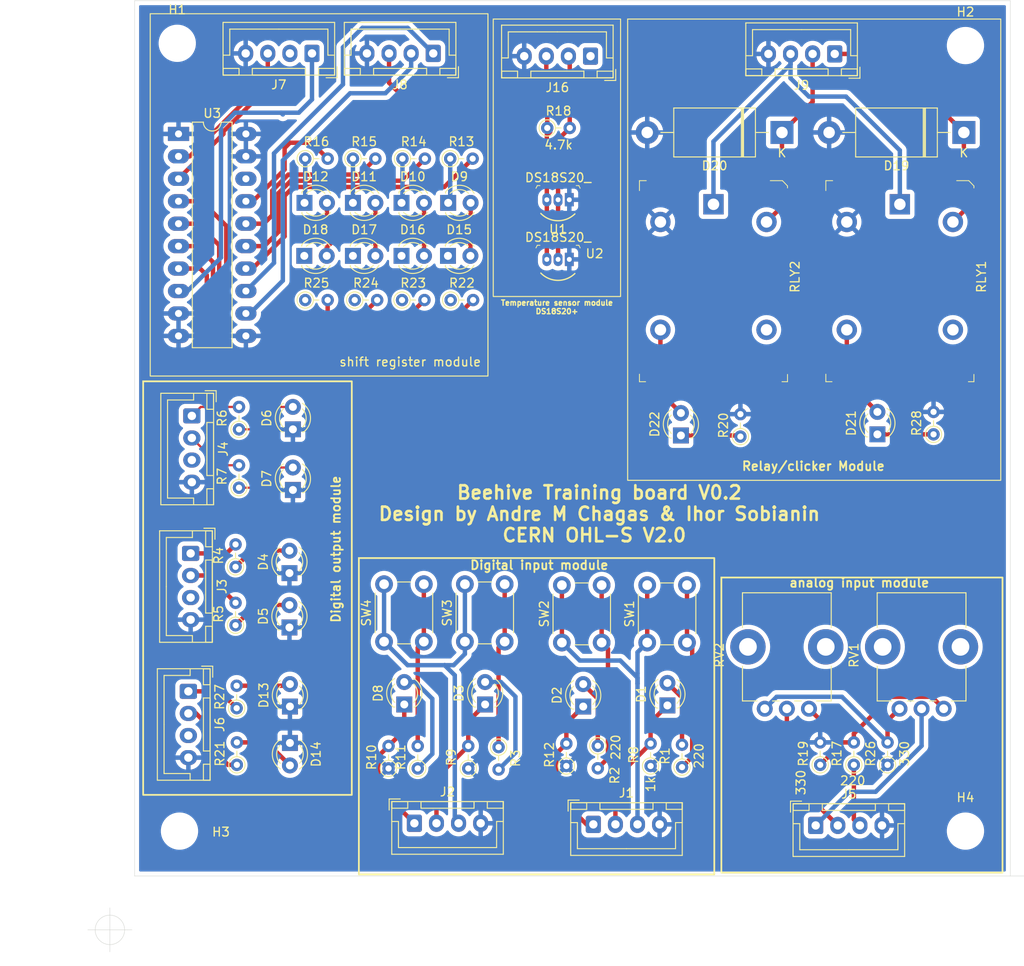
<source format=kicad_pcb>
(kicad_pcb (version 20211014) (generator pcbnew)
  (layers (0 "F.Cu" signal) (31 "B.Cu" signal) (34 "B.Paste" user) (35 "F.Paste" user) (36 "B.SilkS" user "B.Silkscreen") (37 "F.SilkS" user "F.Silkscreen") (38 "B.Mask" user) (39 "F.Mask" user) (44 "Edge.Cuts" user))
  (net 0 "")
  (net 1 "Net-(D1-Pad1)")
  (net 2 "Net-(D2-Pad1)")
  (net 3 "Net-(D2-Pad2)")
  (net 4 "Net-(D3-Pad1)")
  (net 5 "Net-(D3-Pad2)")
  (net 6 "GND")
  (net 7 "Net-(D4-Pad2)")
  (net 8 "Net-(D5-Pad2)")
  (net 9 "Net-(D6-Pad2)")
  (net 10 "Net-(D7-Pad2)")
  (net 11 "Net-(D8-Pad1)")
  (net 12 "Net-(D8-Pad2)")
  (net 13 "Net-(D9-Pad1)")
  (net 14 "Net-(D11-Pad1)")
  (net 15 "Net-(D13-Pad2)")
  (net 16 "Net-(J6-Pad2)")
  (net 17 "Net-(J6-Pad1)")
  (net 18 "Net-(D14-Pad2)")
  (net 19 "Net-(D15-Pad1)")
  (net 20 "Net-(D16-Pad1)")
  (net 21 "Net-(D17-Pad1)")
  (net 22 "+5V")
  (net 23 "Net-(J3-Pad2)")
  (net 24 "Net-(J3-Pad1)")
  (net 25 "Net-(J4-Pad1)")
  (net 26 "Net-(J4-Pad2)")
  (net 27 "Net-(J5-Pad1)")
  (net 28 "Net-(J5-Pad2)")
  (net 29 "Net-(J7-Pad1)")
  (net 30 "Net-(J8-Pad1)")
  (net 31 "Net-(R1-Pad1)")
  (net 32 "Net-(R2-Pad2)")
  (net 33 "Net-(R17-Pad2)")
  (net 35 "Net-(J16-Pad2)")
  (net 36 "Net-(R26-Pad2)")
  (net 39 "Net-(D1-Pad2)")
  (net 40 "Net-(D21-Pad1)")
  (net 41 "Net-(D21-Pad2)")
  (net 42 "Net-(D22-Pad2)")
  (net 43 "Net-(D22-Pad1)")
  (net 44 "Net-(J7-Pad2)")
  (net 45 "Net-(J8-Pad2)")
  (net 47 "Net-(R14-Pad1)")
  (net 48 "Net-(R16-Pad1)")
  (net 49 "Net-(R3-Pad1)")
  (net 50 "Net-(R11-Pad2)")
  (net 51 "Net-(D19-Pad1)")
  (net 52 "Net-(D20-Pad1)")
  (net 53 "Net-(R25-Pad1)")
  (net 54 "Net-(U3-Pad14)")
  (net 55 "Net-(U3-Pad15)")
  (net 56 "Net-(U3-Pad16)")
  (net 57 "Net-(U3-Pad17)")
  (net 58 "Net-(U3-Pad7)")
  (net 59 "Net-(U3-Pad6)")
  (net 60 "Net-(R24-Pad2)")
  (net 61 "Net-(U3-Pad4)")
  (footprint "LED_THT:LED_D3.0mm" (layer "F.Cu") (at 97.099 100.076 90)
    (fp_text reference "D1")
    (fp_text value "LED")
  )
  (footprint "LED_THT:LED_D3.0mm" (layer "F.Cu") (at 76.478 99.968 90)
    (fp_text reference "D3")
    (fp_text value "LED")
  )
  (footprint "LED_THT:LED_D3.0mm" (layer "F.Cu") (at 54.346 85.103 90)
    (fp_text reference "D4")
    (fp_text value "LED")
  )
  (footprint "LED_THT:LED_D3.0mm" (layer "F.Cu") (at 54.346 91.254 90)
    (fp_text reference "D5")
    (fp_text value "LED")
  )
  (footprint "LED_THT:LED_D3.0mm" (layer "F.Cu") (at 54.737 68.834 90)
    (fp_text reference "D6")
    (fp_text value "LED")
  )
  (footprint "LED_THT:LED_D3.0mm" (layer "F.Cu") (at 54.737 75.692 90)
    (fp_text reference "D7")
    (fp_text value "LED")
  )
  (footprint "LED_THT:LED_D3.0mm" (layer "F.Cu") (at 67.334 99.968 90)
    (fp_text reference "D8")
    (fp_text value "LED")
  )
  (footprint "LED_THT:LED_D3.0mm" (layer "F.Cu") (at 72.3 43.2)
    (fp_text reference "D9")
    (fp_text value "LED")
  )
  (footprint "LED_THT:LED_D3.0mm" (layer "F.Cu") (at 67.025 43.2)
    (fp_text reference "D10")
    (fp_text value "LED")
  )
  (footprint "LED_THT:LED_D3.0mm" (layer "F.Cu") (at 61.525 43.2)
    (fp_text reference "D11")
    (fp_text value "LED")
  )
  (footprint "LED_THT:LED_D3.0mm" (layer "F.Cu") (at 56.05 43.2)
    (fp_text reference "D12")
    (fp_text value "LED")
  )
  (footprint "LED_THT:LED_D3.0mm" (layer "F.Cu") (at 54.4 100.2 90)
    (fp_text reference "D13")
    (fp_text value "LED")
  )
  (footprint "LED_THT:LED_D3.0mm" (layer "F.Cu") (at 54.4 104.325 -90)
    (fp_text reference "D14")
    (fp_text value "LED")
  )
  (footprint "LED_THT:LED_D3.0mm" (layer "F.Cu") (at 72.275 49.2)
    (fp_text reference "D15")
    (fp_text value "LED")
  )
  (footprint "LED_THT:LED_D3.0mm" (layer "F.Cu") (at 67.025 49.2)
    (fp_text reference "D16")
    (fp_text value "LED")
  )
  (footprint "LED_THT:LED_D3.0mm" (layer "F.Cu") (at 61.525 49.2)
    (fp_text reference "D17")
    (fp_text value "LED")
  )
  (footprint "LED_THT:LED_D3.0mm" (layer "F.Cu") (at 56.025 49.2)
    (fp_text reference "D18")
    (fp_text value "LED")
  )
  (footprint "Connector_JST:JST_XH_B4B-XH-A_1x04_P2.50mm_Vertical" (layer "F.Cu") (at 88.717 113.538)
    (fp_text reference "J1")
    (fp_text value "Conn_01x04")
  )
  (footprint "Connector_JST:JST_XH_B4B-XH-A_1x04_P2.50mm_Vertical" (layer "F.Cu") (at 68.477 113.411)
    (fp_text reference "J2")
    (fp_text value "Conn_01x04")
  )
  (footprint "Connector_JST:JST_XH_B4B-XH-A_1x04_P2.50mm_Vertical" (layer "F.Cu") (at 43.17 82.872 -90)
    (fp_text reference "J3")
    (fp_text value "Conn_01x04")
  )
  (footprint "Connector_JST:JST_XH_B4B-XH-A_1x04_P2.50mm_Vertical" (layer "F.Cu") (at 43.307 67.31 -90)
    (fp_text reference "J4")
    (fp_text value "Conn_01x04")
  )
  (footprint "Connector_JST:JST_XH_B4B-XH-A_1x04_P2.50mm_Vertical" (layer "F.Cu") (at 113.869999 113.657999)
    (fp_text reference "J5")
    (fp_text value "Conn_01x04")
  )
  (footprint "Resistor_THT:R_Axial_DIN0204_L3.6mm_D1.6mm_P2.54mm_Vertical" (layer "F.Cu") (at 98.75 107.061 90)
    (fp_text reference "R1")
    (fp_text value "220")
  )
  (footprint "Resistor_THT:R_Axial_DIN0204_L3.6mm_D1.6mm_P2.54mm_Vertical" (layer "F.Cu") (at 89.225 104.648 -90)
    (fp_text reference "R2")
    (fp_text value "220")
  )
  (footprint "Resistor_THT:R_Axial_DIN0204_L3.6mm_D1.6mm_P2.54mm_Vertical" (layer "F.Cu") (at 78.002 104.794 -90)
    (fp_text reference "R3")
    (fp_text value "220")
  )
  (footprint "Resistor_THT:R_Axial_DIN0204_L3.6mm_D1.6mm_P2.54mm_Vertical" (layer "F.Cu") (at 48.25 84.396 90)
    (fp_text reference "R4")
    (fp_text value "220")
  )
  (footprint "Resistor_THT:R_Axial_DIN0204_L3.6mm_D1.6mm_P2.54mm_Vertical" (layer "F.Cu") (at 48.25 91 90)
    (fp_text reference "R5")
    (fp_text value "220")
  )
  (footprint "Resistor_THT:R_Axial_DIN0204_L3.6mm_D1.6mm_P2.54mm_Vertical" (layer "F.Cu") (at 48.641 68.834 90)
    (fp_text reference "R6")
    (fp_text value "220")
  )
  (footprint "Resistor_THT:R_Axial_DIN0204_L3.6mm_D1.6mm_P2.54mm_Vertical" (layer "F.Cu") (at 48.641 75.438 90)
    (fp_text reference "R7")
    (fp_text value "220")
  )
  (footprint "Resistor_THT:R_Axial_DIN0204_L3.6mm_D1.6mm_P2.54mm_Vertical" (layer "F.Cu") (at 95.194 106.934 90)
    (fp_text reference "R8")
    (fp_text value "1k")
  )
  (footprint "Resistor_THT:R_Axial_DIN0204_L3.6mm_D1.6mm_P2.54mm_Vertical" (layer "F.Cu") (at 74.573 107.207 90)
    (fp_text reference "R9")
    (fp_text value "1k")
  )
  (footprint "Resistor_THT:R_Axial_DIN0204_L3.6mm_D1.6mm_P2.54mm_Vertical" (layer "F.Cu") (at 65.556 107.207 90)
    (fp_text reference "R10")
    (fp_text value "1k")
  )
  (footprint "Resistor_THT:R_Axial_DIN0204_L3.6mm_D1.6mm_P2.54mm_Vertical" (layer "F.Cu") (at 68.858 107.207 90)
    (fp_text reference "R11")
    (fp_text value "220")
  )
  (footprint "Resistor_THT:R_Axial_DIN0204_L3.6mm_D1.6mm_P2.54mm_Vertical" (layer "F.Cu") (at 85.669 106.934 90)
    (fp_text reference "R12")
    (fp_text value "1k")
  )
  (footprint "Resistor_THT:R_Axial_DIN0204_L3.6mm_D1.6mm_P2.54mm_Vertical" (layer "F.Cu") (at 72.53 38.2)
    (fp_text reference "R13")
    (fp_text value "560")
  )
  (footprint "Resistor_THT:R_Axial_DIN0204_L3.6mm_D1.6mm_P2.54mm_Vertical" (layer "F.Cu") (at 67.13 38.2)
    (fp_text reference "R14")
    (fp_text value "560")
  )
  (footprint "Resistor_THT:R_Axial_DIN0204_L3.6mm_D1.6mm_P2.54mm_Vertical" (layer "F.Cu") (at 61.53 38.2)
    (fp_text reference "R15")
    (fp_text value "560")
  )
  (footprint "Resistor_THT:R_Axial_DIN0204_L3.6mm_D1.6mm_P2.54mm_Vertical" (layer "F.Cu") (at 56.13 38.2)
    (fp_text reference "R16")
    (fp_text value "560")
  )
  (footprint "Resistor_THT:R_Axial_DIN0204_L3.6mm_D1.6mm_P2.54mm_Vertical" (layer "F.Cu") (at 118.187999 106.799999 90)
    (fp_text reference "R17")
    (fp_text value "220")
  )
  (footprint "Resistor_THT:R_Axial_DIN0204_L3.6mm_D1.6mm_P2.54mm_Vertical" (layer "F.Cu") (at 83.51 34.725)
    (fp_text reference "R18")
    (fp_text value "4.7k")
  )
  (footprint "Resistor_THT:R_Axial_DIN0204_L3.6mm_D1.6mm_P2.54mm_Vertical" (layer "F.Cu") (at 114.377999 106.799999 90)
    (fp_text reference "R19")
    (fp_text value "330")
  )
  (footprint "Resistor_THT:R_Axial_DIN0204_L3.6mm_D1.6mm_P2.54mm_Vertical" (layer "F.Cu") (at 105.356 69.654 90)
    (fp_text reference "R20")
    (fp_text value "560")
  )
  (footprint "Resistor_THT:R_Axial_DIN0204_L3.6mm_D1.6mm_P2.54mm_Vertical" (layer "F.Cu") (at 48.4 106.8 90)
    (fp_text reference "R21")
    (fp_text value "560")
  )
  (footprint "Resistor_THT:R_Axial_DIN0204_L3.6mm_D1.6mm_P2.54mm_Vertical" (layer "F.Cu") (at 72.58 54.2)
    (fp_text reference "R22")
    (fp_text value "560")
  )
  (footprint "Resistor_THT:R_Axial_DIN0204_L3.6mm_D1.6mm_P2.54mm_Vertical" (layer "F.Cu") (at 67.08 54.2)
    (fp_text reference "R23")
    (fp_text value "560")
  )
  (footprint "Resistor_THT:R_Axial_DIN0204_L3.6mm_D1.6mm_P2.54mm_Vertical" (layer "F.Cu") (at 61.73 54.2)
    (fp_text reference "R24")
    (fp_text value "560")
  )
  (footprint "Resistor_THT:R_Axial_DIN0204_L3.6mm_D1.6mm_P2.54mm_Vertical" (layer "F.Cu") (at 56.13 54.2)
    (fp_text reference "R25")
    (fp_text value "560")
  )
  (footprint "Potentiometer_THT:Potentiometer_Alps_RK09K_Single_Vertical" (layer "F.Cu") (at 128.347999 100.449999 90)
    (fp_text reference "RV1")
    (fp_text value "1k")
  )
  (footprint "Potentiometer_THT:Potentiometer_Alps_RK09K_Single_Vertical" (layer "F.Cu") (at 113.107999 100.449999 90)
    (fp_text reference "RV2")
    (fp_text value "1k")
  )
  (footprint "Button_Switch_THT:SW_PUSH_6mm" (layer "F.Cu") (at 94.813 92.964 90)
    (fp_text reference "SW1")
    (fp_text value "SW_Push")
  )
  (footprint "Button_Switch_THT:SW_PUSH_6mm" (layer "F.Cu") (at 85.161 92.964 90)
    (fp_text reference "SW2")
    (fp_text value "SW_Push")
  )
  (footprint "Button_Switch_THT:SW_PUSH_6mm" (layer "F.Cu") (at 74.192 92.856 90)
    (fp_text reference "SW3")
    (fp_text value "SW_Push")
  )
  (footprint "Button_Switch_THT:SW_PUSH_6mm" (layer "F.Cu") (at 65.048 92.856 90)
    (fp_text reference "SW4")
    (fp_text value "SW_Push")
  )
  (footprint "digikey-footprints:TO-92-3" (layer "F.Cu") (at 86 42.85 180)
    (fp_text reference "U1")
    (fp_text value "DS18S20_")
  )
  (footprint "digikey-footprints:TO-92-3" (layer "F.Cu") (at 86 49.6 180)
    (fp_text reference "U2")
    (fp_text value "DS18S20_")
  )
  (footprint "Connector_JST:JST_XH_B4B-XH-A_1x04_P2.50mm_Vertical" (layer "F.Cu") (at 88.4 26.6 180)
    (fp_text reference "J16")
    (fp_text value "Conn_01x04")
  )
  (footprint "Resistor_THT:R_Axial_DIN0204_L3.6mm_D1.6mm_P2.54mm_Vertical" (layer "F.Cu") (at 121.997999 106.799999 90)
    (fp_text reference "R26")
    (fp_text value "330")
  )
  (footprint "LED_THT:LED_D3.0mm" (layer "F.Cu") (at 87.574 100.203 90)
    (fp_text reference "D2")
    (fp_text value "LED")
  )
  (footprint "LED_THT:LED_D3.0mm" (layer "F.Cu") (at 120.85 69.4 90)
    (fp_text reference "D21")
    (fp_text value "LED")
  )
  (footprint "LED_THT:LED_D3.0mm" (layer "F.Cu") (at 98.625 69.527 90)
    (fp_text reference "D22")
    (fp_text value "LED")
  )
  (footprint "Connector_JST:JST_XH_B4B-XH-A_1x04_P2.50mm_Vertical" (layer "F.Cu") (at 56.896 26.289 180)
    (fp_text reference "J7")
    (fp_text value "Conn_01x04")
  )
  (footprint "Connector_JST:JST_XH_B4B-XH-A_1x04_P2.50mm_Vertical" (layer "F.Cu") (at 70.612 26.289 180)
    (fp_text reference "J8")
    (fp_text value "Conn_01x04")
  )
  (footprint "Connector_JST:JST_XH_B4B-XH-A_1x04_P2.50mm_Vertical" (layer "F.Cu") (at 116.024 26.347 180)
    (fp_text reference "J9")
    (fp_text value "Conn_01x04")
  )
  (footprint "Resistor_THT:R_Axial_DIN0204_L3.6mm_D1.6mm_P2.54mm_Vertical" (layer "F.Cu") (at 48.376 100.388 90)
    (fp_text reference "R27")
    (fp_text value "560")
  )
  (footprint "Resistor_THT:R_Axial_DIN0204_L3.6mm_D1.6mm_P2.54mm_Vertical" (layer "F.Cu") (at 127.2 69.4 90)
    (fp_text reference "R28")
    (fp_text value "560")
  )
  (footprint "digikey-footprints:Relay_THT_G5LE-14" (layer "F.Cu") (at 123.39 43.365 -90)
    (fp_text reference "RLY1")
    (fp_text value "G5LE-14_DC5")
  )
  (footprint "digikey-footprints:Relay_THT_G5LE-14" (layer "F.Cu") (at 102.308 43.365 -90)
    (fp_text reference "RLY2")
    (fp_text value "G5LE-14_DC5")
  )
  (footprint "Package_DIP:DIP-20_W7.62mm_LongPads" (layer "F.Cu") (at 41.8 35.4)
    (fp_text reference "U3")
    (fp_text value "TPIC6595")
  )
  (footprint "Connector_JST:JST_XH_B4B-XH-A_1x04_P2.50mm_Vertical" (layer "F.Cu") (at 42.915 98.483 -90)
    (fp_text reference "J6")
    (fp_text value "Conn_01x04")
  )
  (footprint "Diode_THT:D_DO-201AE_P15.24mm_Horizontal" (layer "F.Cu") (at 130.629 35.237 180)
    (fp_text reference "D19")
    (fp_text value "D_Schottky")
  )
  (footprint "Diode_THT:D_DO-201AE_P15.24mm_Horizontal" (layer "F.Cu") (at 110.055 35.237 180)
    (fp_text reference "D20")
    (fp_text value "D_Schottky")
  )
  (footprint "MountingHole:MountingHole_3.2mm_M3_DIN965" (layer "F.Cu") (at 130.81 25.4)
    (fp_text reference "H2")
    (fp_text value "MountingHole")
  )
  (footprint "MountingHole:MountingHole_3.2mm_M3_DIN965" (layer "F.Cu") (at 41.91 114.3)
    (fp_text reference "H3")
    (fp_text value "MountingHole")
  )
  (footprint "MountingHole:MountingHole_3.2mm_M3_DIN965" (layer "F.Cu") (at 130.81 114.3)
    (fp_text reference "H4")
    (fp_text value "MountingHole")
  )
  (footprint "MountingHole:MountingHole_3.2mm_M3_DIN965" (layer "F.Cu") (at 41.656 25.146)
    (fp_text reference "H1")
    (fp_text value "MountingHole")
  )
  (gr_rect (start 62.2 83.4) (end 102.4 119.2) (layer "F.SilkS") (width 0.2) (fill none))
  (gr_rect (start 77.4 22.4) (end 91.8 53.8) (layer "F.SilkS") (width 0.12) (fill none))
  (gr_rect (start 103.2 85.6) (end 135 119) (layer "F.SilkS") (width 0.2) (fill none))
  (gr_rect (start 92.6 22.4) (end 134.8 74.6) (layer "F.SilkS") (width 0.12) (fill none))
  (gr_rect (start 38.6 21.8) (end 76.8 62.8) (layer "F.SilkS") (width 0.12) (fill none))
  (gr_rect (start 37.8 63.4) (end 61.4 110.2) (layer "F.SilkS") (width 0.2) (fill none))
  (gr_line (start 36.83 20.32) (end 36.83 21.336) (layer "Edge.Cuts") (width 0.05))
  (gr_line (start 135.89 20.32) (end 36.83 20.32) (layer "Edge.Cuts") (width 0.05))
  (gr_line (start 135.89 119.38) (end 135.89 20.32) (layer "Edge.Cuts") (width 0.05))
  (gr_line (start 36.83 119.38) (end 137.414 119.38) (layer "Edge.Cuts") (width 0.05))
  (gr_line (start 36.83 21.336) (end 36.83 119.38) (layer "Edge.Cuts") (width 0.05))
  (gr_text "Temperature sensor module\nDS18S20+" (at 84.6 55) (layer "F.SilkS") (effects (font (size 0.6 0.6))))
  (gr_text "shift register module" (at 68 61.2) (layer "F.SilkS") (effects (font (size 1 1))))
  (gr_text "analog input module\n" (at 118.8 86.2) (layer "F.SilkS") (effects (font (size 1 1) (thickness 0.2))))
  (gr_text "Relay/clicker Module" (at 113.6 73) (layer "F.SilkS") (effects (font (size 1 1) (thickness 0.2))))
  (gr_text "Digital input module\n" (at 82.6 84.2) (layer "F.SilkS") (effects (font (size 1 1) (thickness 0.2))))
  (gr_text "Beehive Training board V0.2\nDesign by Andre M Chagas & Ihor Sobianin\nCERN OHL-S V2.0 " (at 89.4 78.4) (layer "F.SilkS") (effects (font (size 1.5 1.5) (thickness 0.3))))
  (gr_text "Digital output module\n" (at 59.6 82.4 90) (layer "F.SilkS") (effects (font (size 1 1) (thickness 0.2))))
  (target plus (at 34.036 125.476) (size 5) (width 0.05) (layer "Edge.Cuts"))
  (segment (start 95.194 104.394) (end 91.217 108.371) (width 0.5) (layer "F.Cu") (net 1))
  (segment (start 95.194 101.981) (end 97.099 100.076) (width 0.5) (layer "F.Cu") (net 1))
  (segment (start 95.194 104.394) (end 95.194 101.981) (width 0.5) (layer "F.Cu") (net 1))
  (segment (start 91.217 108.371) (end 91.217 113.538) (width 0.5) (layer "F.Cu") (net 1))
  (segment (start 87.955 113.538) (end 84.518999 110.101999) (width 0.5) (layer "F.Cu") (net 2))
  (segment (start 88.717 113.538) (end 87.955 113.538) (width 0.5) (layer "F.Cu") (net 2))
  (segment (start 84.518999 110.101999) (end 84.518999 105.544001) (width 0.5) (layer "F.Cu") (net 2))
  (segment (start 84.518999 105.544001) (end 85.669 104.394) (width 0.5) (layer "F.Cu") (net 2))
  (segment (start 85.669 102.108) (end 87.574 100.203) (width 0.5) (layer "F.Cu") (net 2))
  (segment (start 85.669 104.394) (end 85.669 102.108) (width 0.5) (layer "F.Cu") (net 2))
  (segment (start 89.225 99.314) (end 87.574 97.663) (width 0.5) (layer "F.Cu") (net 3))
  (segment (start 89.225 104.648) (end 89.225 99.314) (width 0.5) (layer "F.Cu") (net 3))
  (segment (start 74.573 104.667) (end 74.573 101.873) (width 0.5) (layer "F.Cu") (net 4))
  (segment (start 74.573 104.667) (end 70.977 108.263) (width 0.5) (layer "F.Cu") (net 4))
  (segment (start 74.573 101.873) (end 76.478 99.968) (width 0.5) (layer "F.Cu") (net 4))
  (segment (start 70.977 108.263) (end 70.977 113.811) (width 0.5) (layer "F.Cu") (net 4))
  (segment (start 76.478 97.428) (end 78.256 97.428) (width 0.5) (layer "B.Cu") (net 5))
  (segment (start 79.907 99.079) (end 79.907 105.429) (width 0.5) (layer "B.Cu") (net 5))
  (segment (start 79.907 105.429) (end 78.002 107.334) (width 0.5) (layer "B.Cu") (net 5))
  (segment (start 78.256 97.428) (end 79.907 99.079) (width 0.5) (layer "B.Cu") (net 5))
  (segment (start 54.346 82.563) (end 54.341 82.558) (width 0.5) (layer "F.Cu") (net 7))
  (segment (start 54.341 82.558) (end 50.088 82.558) (width 0.5) (layer "F.Cu") (net 7))
  (segment (start 50.088 82.558) (end 48.25 84.396) (width 0.5) (layer "F.Cu") (net 7))
  (segment (start 54.346 88.714) (end 50.536 88.714) (width 0.5) (layer "F.Cu") (net 8))
  (segment (start 50.536 88.714) (end 48.25 91) (width 0.5) (layer "F.Cu") (net 8))
  (segment (start 48.641 68.834) (end 50.673 68.834) (width 0.25) (layer "F.Cu") (net 9))
  (segment (start 53.213 66.294) (end 54.737 66.294) (width 0.25) (layer "F.Cu") (net 9))
  (segment (start 50.673 68.834) (end 53.213 66.294) (width 0.25) (layer "F.Cu") (net 9))
  (segment (start 48.641 75.438) (end 49.911 75.438) (width 0.25) (layer "F.Cu") (net 10))
  (segment (start 49.911 75.438) (end 52.197 73.152) (width 0.25) (layer "F.Cu") (net 10))
  (segment (start 52.197 73.152) (end 54.737 73.152) (width 0.25) (layer "F.Cu") (net 10))
  (segment (start 64.405999 109.339999) (end 68.477 113.411) (width 0.5) (layer "F.Cu") (net 11))
  (segment (start 67.334 99.968) (end 67.334 102.889) (width 0.5) (layer "F.Cu") (net 11))
  (segment (start 65.556 104.667) (end 64.405999 105.817001) (width 0.5) (layer "F.Cu") (net 11))
  (segment (start 67.334 102.889) (end 65.556 104.667) (width 0.5) (layer "F.Cu") (net 11))
  (segment (start 64.405999 105.817001) (end 64.405999 109.739999) (width 0.5) (layer "F.Cu") (net 11))
  (segment (start 70.509 99.333) (end 70.509 105.556) (width 0.5) (layer "B.Cu") (net 12))
  (segment (start 67.334 97.428) (end 68.604 97.428) (width 0.5) (layer "B.Cu") (net 12))
  (segment (start 70.509 105.556) (end 68.858 107.207) (width 0.5) (layer "B.Cu") (net 12))
  (segment (start 68.604 97.428) (end 70.509 99.333) (width 0.5) (layer "B.Cu") (net 12))
  (segment (start 72.53 42.97) (end 72.3 43.2) (width 0.5) (layer "B.Cu") (net 13))
  (segment (start 72.53 38.2) (end 72.53 42.97) (width 0.5) (layer "B.Cu") (net 13))
  (segment (start 61.53 38.2) (end 61.53 43.195) (width 0.5) (layer "B.Cu") (net 14))
  (segment (start 61.53 43.195) (end 61.525 43.2) (width 0.5) (layer "B.Cu") (net 14))
  (segment (start 48.376 97.848) (end 54.212 97.848) (width 0.5) (layer "F.Cu") (net 15))
  (segment (start 54.212 97.848) (end 54.4 97.66) (width 0.5) (layer "F.Cu") (net 15))
  (segment (start 43.783 100.983) (end 45.8 103) (width 0.5) (layer "F.Cu") (net 16))
  (segment (start 45.8 103) (end 45.8 105.2) (width 0.5) (layer "F.Cu") (net 16))
  (segment (start 47.4 106.8) (end 48.4 106.8) (width 0.5) (layer "F.Cu") (net 16))
  (segment (start 45.8 105.2) (end 47.4 106.8) (width 0.5) (layer "F.Cu") (net 16))
  (segment (start 42.915 100.983) (end 43.783 100.983) (width 0.5) (layer "F.Cu") (net 16))
  (segment (start 46.471 98.483) (end 48.376 100.388) (width 0.5) (layer "F.Cu") (net 17))
  (segment (start 42.915 98.483) (end 46.471 98.483) (width 0.5) (layer "F.Cu") (net 17))
  (segment (start 51.795 104.26) (end 54.4 106.865) (width 0.5) (layer "F.Cu") (net 18))
  (segment (start 48.4 104.26) (end 51.795 104.26) (width 0.5) (layer "F.Cu") (net 18))
  (segment (start 41.8 37.94) (end 43.06 37.94) (width 0.5) (layer "F.Cu") (net 22))
  (segment (start 68.4 46) (end 66 46) (width 0.5) (layer "F.Cu") (net 22))
  (segment (start 83.4 26.6) (end 83.4 28.6) (width 0.5) (layer "F.Cu") (net 22))
  (segment (start 69.565 47.235) (end 70.8 46) (width 0.5) (layer "F.Cu") (net 22))
  (segment (start 78.6 36.2) (end 74.6 32.2) (width 0.5) (layer "F.Cu") (net 22))
  (segment (start 83.51 28.71) (end 83.51 34.725) (width 0.5) (layer "F.Cu") (net 22))
  (segment (start 83.46 49.6) (end 83.46 43.276516) (width 0.5) (layer "F.Cu") (net 22))
  (segment (start 83.46 43.276516) (end 83.458407 43.274923) (width 0.5) (layer "F.Cu") (net 22))
  (segment (start 74.84 43.2) (end 74.84 44.96) (width 0.5) (layer "F.Cu") (net 22))
  (segment (start 64.065 44.735) (end 64.065 43.2) (width 0.5) (layer "F.Cu") (net 22))
  (segment (start 69.565 44.835) (end 68.4 46) (width 0.5) (layer "F.Cu") (net 22))
  (segment (start 65.6 46) (end 64.065 47.535) (width 0.5) (layer "F.Cu") (net 22))
  (segment (start 76.2 46) (end 78.6 43.6) (width 0.5) (layer "F.Cu") (net 22))
  (segment (start 58.59 43.2) (end 58.59 44.79) (width 0.5) (layer "F.Cu") (net 22))
  (segment (start 74.84 44.96) (end 73.8 46) (width 0.5) (layer "F.Cu") (net 22))
  (segment (start 43.06 37.94) (end 51.896 29.104) (width 0.5) (layer "F.Cu") (net 22))
  (segment (start 51.896 29.104) (end 51.896 26.289) (width 0.5) (layer "F.Cu") (net 22))
  (segment (start 60.8 46) (end 58.565 48.235) (width 0.5) (layer "F.Cu") (net 22))
  (segment (start 59.8 46) (end 60.8 46) (width 0.5) (layer "F.Cu") (net 22))
  (segment (start 118.187999 112.975999) (end 118.869999 113.657999) (width 0.5) (layer "F.Cu") (net 22))
  (segment (start 78.6 43.6) (end 78.6 36.2) (width 0.5) (layer "F.Cu") (net 22))
  (segment (start 69.565 49.2) (end 69.565 47.235) (width 0.5) (layer "F.Cu") (net 22))
  (segment (start 73.8 46) (end 72.2 46) (width 0.5) (layer "F.Cu") (net 22))
  (segment (start 85.161 86.464) (end 85.161 92.964) (width 0.5) (layer "F.Cu") (net 22))
  (segment (start 74.6 32.2) (end 68.2 32.2) (width 0.5) (layer "F.Cu") (net 22))
  (segment (start 58.59 44.79) (end 59.8 46) (width 0.5) (layer "F.Cu") (net 22))
  (segment (start 73.8 46) (end 76.2 46) (width 0.5) (layer "F.Cu") (net 22))
  (segment (start 60.8 46) (end 62.8 46) (width 0.5) (layer "F.Cu") (net 22))
  (segment (start 70.8 46) (end 68.4 46) (width 0.5) (layer "F.Cu") (net 22))
  (segment (start 68.2 32.2) (end 65.612 29.612) (width 0.5) (layer "F.Cu") (net 22))
  (segment (start 69.565 43.2) (end 69.565 44.835) (width 0.5) (layer "F.Cu") (net 22))
  (segment (start 83.46 42.85) (end 83.46 35.547162) (width 0.5) (layer "F.Cu") (net 22))
  (segment (start 74.815 47.815) (end 74.815 49.2) (width 0.5) (layer "F.Cu") (net 22))
  (segment (start 73 46) (end 74.815 47.815) (width 0.5) (layer "F.Cu") (net 22))
  (segment (start 72.2 46) (end 73 46) (width 0.5) (layer "F.Cu") (net 22))
  (segment (start 58.565 48.235) (end 58.565 49.2) (width 0.5) (layer "F.Cu") (net 22))
  (segment (start 64.065 47.535) (end 64.065 49.2) (width 0.5) (layer "F.Cu") (net 22))
  (segment (start 62.8 46) (end 64.065 44.735) (width 0.5) (layer "F.Cu") (net 22))
  (segment (start 65.612 29.612) (end 65.612 26.289) (width 0.5) (layer "F.Cu") (net 22))
  (segment (start 72.2 46) (end 70.8 46) (width 0.5) (layer "F.Cu") (net 22))
  (segment (start 83.46 35.547162) (end 83.849268 35.157894) (width 0.5) (layer "F.Cu") (net 22))
  (segment (start 118.187999 106.799999) (end 118.187999 112.975999) (width 0.5) (layer "F.Cu") (net 22))
  (segment (start 66 46) (end 65.6 46) (width 0.5) (layer "F.Cu") (net 22))
  (segment (start 94.813 86.464) (end 94.813 92.964) (width 0.5) (layer "F.Cu") (net 22))
  (segment (start 66 46) (end 62.8 46) (width 0.5) (layer "F.Cu") (net 22))
  (segment (start 83.4 28.6) (end 83.51 28.71) (width 0.5) (layer "F.Cu") (net 22))
  (segment (start 87.193 94.996) (end 85.161 92.964) (width 0.5) (layer "B.Cu") (net 22))
  (segment (start 71.906 95.523) (end 67.715 95.523) (width 0.5) (layer "B.Cu") (net 22))
  (segment (start 74.192 92.856) (end 74.192 86.356) (width 0.5) (layer "B.Cu") (net 22))
  (segment (start 93.717 113.538) (end 93.717 97.616) (width 0.5) (layer "B.Cu") (net 22))
  (segment (start 93.717 97.616) (end 93.717 96.948) (width 0.5) (layer "B.Cu") (net 22))
  (segment (start 111.024 27.537) (end 102.308 36.253) (width 0.5) (layer "B.Cu") (net 22))
  (segment (start 73.477 113.411) (end 73.049 112.983) (width 0.5) (layer "B.Cu") (net 22))
  (segment (start 123.39 37.269) (end 123.39 43.365) (width 0.5) (layer "B.Cu") (net 22))
  (segment (start 93.717 96.44) (end 93.717 94.06) (width 0.5) (layer "B.Cu") (net 22))
  (segment (start 111.024 26.347) (end 111.024 27.537) (width 0.5) (layer "B.Cu") (net 22))
  (segment (start 111.024 26.347) (end 111.024 29.094) (width 0.5) (layer "B.Cu") (net 22))
  (segment (start 65.048 92.856) (end 65.048 86.356) (width 0.5) (layer "B.Cu") (net 22))
  (segment (start 67.715 95.523) (end 65.048 92.856) (width 0.5) (layer "B.Cu") (net 22))
  (segment (start 102.308 36.253) (end 102.308 43.365) (width 0.5) (layer "B.Cu") (net 22))
  (segment (start 71.906 95.523) (end 72.922 95.523) (width 0.5) (layer "B.Cu") (net 22))
  (segment (start 113.103 31.173) (end 117.294 31.173) (width 0.5) (layer "B.Cu") (net 22))
  (segment (start 93.717 97.616) (end 93.717 96.44) (width 0.5) (layer "B.Cu") (net 22))
  (segment (start 117.294 31.173) (end 123.39 37.269) (width 0.5) (layer "B.Cu") (net 22))
  (segment (start 91.765 94.996) (end 87.193 94.996) (width 0.5) (layer "B.Cu") (net 22))
  (segment (start 111.024 29.094) (end 113.103 31.173) (width 0.5) (layer "B.Cu") (net 22))
  (segment (start 72.922 95.523) (end 74.192 94.253) (width 0.5) (layer "B.Cu") (net 22))
  (segment (start 73.049 113.383) (end 73.049 96.666) (width 0.5) (layer "B.Cu") (net 22))
  (segment (start 74.192 94.253) (end 74.192 92.856) (width 0.5) (layer "B.Cu") (net 22))
  (segment (start 73.049 96.666) (end 71.906 95.523) (width 0.5) (layer "B.Cu") (net 22))
  (segment (start 93.717 94.06) (end 94.813 92.964) (width 0.5) (layer "B.Cu") (net 22))
  (segment (start 93.717 96.948) (end 91.765 94.996) (width 0.5) (layer "B.Cu") (net 22))
  (segment (start 42.916 85.372) (end 45.162 85.372) (width 0.5) (layer "F.Cu") (net 23))
  (segment (start 45.162 85.372) (end 48.25 88.46) (width 0.5) (layer "F.Cu") (net 23))
  (segment (start 42.916 82.872) (end 47.234 82.872) (width 0.5) (layer "F.Cu") (net 24))
  (segment (start 47.234 82.872) (end 48.25 81.856) (width 0.5) (layer "F.Cu") (net 24))
  (segment (start 44.323 66.294) (end 43.307 67.31) (width 0.25) (layer "F.Cu") (net 25))
  (segment (start 48.641 66.294) (end 44.323 66.294) (width 0.25) (layer "F.Cu") (net 25))
  (segment (start 46.395 72.898) (end 43.307 69.81) (width 0.25) (layer "F.Cu") (net 26))
  (segment (start 48.641 72.898) (end 46.395 72.898) (width 0.25) (layer "F.Cu") (net 26))
  (segment (start 117.679999 109.847999) (end 120.652001 109.847999) (width 0.5) (layer "B.Cu") (net 27))
  (segment (start 120.652001 109.847999) (end 125.847999 104.652001) (width 0.5) (layer "B.Cu") (net 27))
  (segment (start 125.847999 104.652001) (end 125.847999 100.449999) (width 0.5) (layer "B.Cu") (net 27))
  (segment (start 113.869999 113.657999) (end 117.679999 109.847999) (width 0.5) (layer "B.Cu") (net 27))
  (segment (start 110.607999 107.895999) (end 110.607999 100.449999) (width 0.5) (layer "F.Cu") (net 28))
  (segment (start 116.369999 113.657999) (end 110.607999 107.895999) (width 0.5) (layer "F.Cu") (net 28))
  (segment (start 48.2 33) (end 53.4 33) (width 0.5) (layer "B.Cu") (net 29))
  (segment (start 53.4 33) (end 53.6 33.2) (width 0.5) (layer "B.Cu") (net 29))
  (segment (start 46.6 34.6) (end 48.2 33) (width 0.5) (layer "B.Cu") (net 29))
  (segment (start 55.4 33) (end 56.896 31.504) (width 0.5) (layer "B.Cu") (net 29))
  (segment (start 41.8 53.18) (end 42.82 53.18) (width 0.5) (layer "B.Cu") (net 29))
  (segment (start 53.4 33) (end 55.4 33) (width 0.5) (layer "B.Cu") (net 29))
  (segment (start 42.82 53.18) (end 46.6 49.4) (width 0.5) (layer "B.Cu") (net 29))
  (segment (start 46.6 49.4) (end 46.6 34.6) (width 0.5) (layer "B.Cu") (net 29))
  (segment (start 56.896 31.504) (end 56.896 26.289) (width 0.5) (layer "B.Cu") (net 29))
  (segment (start 70.612 26.289) (end 70.612 26.797) (width 0.5) (layer "F.Cu") (net 30))
  (segment (start 52.6 50) (end 52.6 37.6) (width 0.5) (layer "B.Cu") (net 30))
  (segment (start 49.42 53.18) (end 52.6 50) (width 0.5) (layer "B.Cu") (net 30))
  (segment (start 62.6 23.4) (end 67.723 23.4) (width 0.5) (layer "B.Cu") (net 30))
  (segment (start 60.4 29.8) (end 60.4 25.6) (width 0.5) (layer "B.Cu") (net 30))
  (segment (start 67.723 23.4) (end 70.612 26.289) (width 0.5) (layer "B.Cu") (net 30))
  (segment (start 52.6 37.6) (end 60.4 29.8) (width 0.5) (layer "B.Cu") (net 30))
  (segment (start 60.4 25.6) (end 62.6 23.4) (width 0.5) (layer "B.Cu") (net 30))
  (segment (start 98.75 107.061) (end 99.900001 105.910999) (width 0.5) (layer "F.Cu") (net 31))
  (segment (start 99.313 92.964) (end 99.313 86.464) (width 0.5) (layer "F.Cu") (net 31))
  (segment (start 99.900001 105.910999) (end 99.900001 93.551001) (width 0.5) (layer "F.Cu") (net 31))
  (segment (start 99.900001 93.551001) (end 99.313 92.964) (width 0.5) (layer "F.Cu") (net 31))
  (segment (start 90.375001 106.037999) (end 90.375001 93.678001) (width 0.5) (layer "F.Cu") (net 32))
  (segment (start 89.661 86.464) (end 89.661 92.964) (width 0.5) (layer "F.Cu") (net 32))
  (segment (start 90.375001 93.678001) (end 89.661 92.964) (width 0.5) (layer "F.Cu") (net 32))
  (segment (start 89.225 107.188) (end 90.375001 106.037999) (width 0.5) (layer "F.Cu") (net 32))
  (segment (start 118.187999 104.259999) (end 118.187999 103.27005) (width 0.5) (layer "F.Cu") (net 33))
  (segment (start 118.187999 104.259999) (end 116.917999 104.259999) (width 0.5) (layer "F.Cu") (net 33))
  (segment (start 116.917999 104.259999) (end 114.377999 106.799999) (width 0.5) (layer "F.Cu") (net 33))
  (segment (start 122.358051 99.099998) (end 126.997998 99.099998) (width 0.5) (layer "F.Cu") (net 33))
  (segment (start 116.917999 104.259999) (end 113.107999 100.449999) (width 0.5) (layer "F.Cu") (net 33))
  (segment (start 118.187999 103.27005) (end 122.358051 99.099998) (width 0.5) (layer "F.Cu") (net 33))
  (segment (start 126.997998 99.099998) (end 128.347999 100.449999) (width 0.5) (layer "F.Cu") (net 33))
  (segment (start 84.73 42.85) (end 84.73 36.045) (width 0.5) (layer "F.Cu") (net 35))
  (segment (start 84.73 36.045) (end 86.05 34.725) (width 0.5) (layer "F.Cu") (net 35))
  (segment (start 86.05 26.75) (end 85.9 26.6) (width 0.5) (layer "F.Cu") (net 35))
  (segment (start 86.05 34.725) (end 86.05 26.75) (width 0.5) (layer "F.Cu") (net 35))
  (segment (start 84.73 49.6) (end 84.73 42.85) (width 0.5) (layer "F.Cu") (net 35))
  (segment (start 121.997999 101.799999) (end 123.347999 100.449999) (width 0.5) (layer "F.Cu") (net 36))
  (segment (start 121.997999 104.259999) (end 121.997999 101.799999) (width 0.5) (layer "F.Cu") (net 36))
  (segment (start 116.837998 99.099998) (end 121.997999 104.259999) (width 0.5) (layer "B.Cu") (net 36))
  (segment (start 109.458 99.099998) (end 116.837998 99.099998) (width 0.5) (layer "B.Cu") (net 36))
  (segment (start 108.107999 100.449999) (end 109.458 99.099998) (width 0.5) (layer "B.Cu") (net 36))
  (segment (start 98.75 99.187) (end 98.75 104.521) (width 0.5) (layer "F.Cu") (net 39))
  (segment (start 97.099 97.536) (end 98.75 99.187) (width 0.5) (layer "F.Cu") (net 39))
  (segment (start 120.85 69.4) (end 127.2 69.4) (width 0.5) (layer "F.Cu") (net 40))
  (segment (start 117.39 57.565) (end 117.39 63.4) (width 0.5) (layer "F.Cu") (net 41))
  (segment (start 117.39 63.4) (end 120.85 66.86) (width 0.5) (layer "F.Cu") (net 41))
  (segment (start 96.308 57.565) (end 96.308 64.67) (width 0.5) (layer "F.Cu") (net 42))
  (segment (start 96.308 64.67) (end 98.625 66.987) (width 0.5) (layer "F.Cu") (net 42))
  (segment (start 105.229 69.527) (end 105.356 69.654) (width 0.5) (layer "F.Cu") (net 43))
  (segment (start 98.625 69.527) (end 105.229 69.527) (width 0.5) (layer "F.Cu") (net 43))
  (segment (start 46.88 35.12) (end 53.8 28.2) (width 0.5) (layer "F.Cu") (net 44))
  (segment (start 46.88 35.4) (end 46.88 35.12) (width 0.5) (layer "F.Cu") (net 44))
  (segment (start 41.8 40.48) (end 46.88 35.4) (width 0.5) (layer "F.Cu") (net 44))
  (segment (start 49.88 55.72) (end 53.6 52) (width 0.5) (layer "B.Cu") (net 45))
  (segment (start 61.2 30.8) (end 65.2 30.8) (width 0.5) (layer "B.Cu") (net 45))
  (segment (start 53.6 38.4) (end 61.2 30.8) (width 0.5) (layer "B.Cu") (net 45))
  (segment (start 53.6 52) (end 53.6 38.4) (width 0.5) (layer "B.Cu") (net 45))
  (segment (start 65.2 30.8) (end 68.112 27.888) (width 0.5) (layer "B.Cu") (net 45))
  (segment (start 68.112 27.888) (end 68.112 26.289) (width 0.5) (layer "B.Cu") (net 45))
  (segment (start 49.42 55.72) (end 49.88 55.72) (width 0.5) (layer "B.Cu") (net 45))
  (segment (start 67.13 43.095) (end 67.025 43.2) (width 0.5) (layer "B.Cu") (net 47))
  (segment (start 67.13 38.2) (end 67.13 43.095) (width 0.5) (layer "B.Cu") (net 47))
  (segment (start 56.13 38.2) (end 56.13 43.12) (width 0.5) (layer "B.Cu") (net 48))
  (segment (start 56.13 43.12) (end 56.05 43.2) (width 0.5) (layer "B.Cu") (net 48))
  (segment (start 78.692 92.856) (end 78.692 86.356) (width 0.5) (layer "F.Cu") (net 49))
  (segment (start 78.002 93.546) (end 78.692 92.856) (width 0.5) (layer "F.Cu") (net 49))
  (segment (start 78.002 104.794) (end 78.002 93.546) (width 0.5) (layer "F.Cu") (net 49))
  (segment (start 68.858 93.546) (end 69.548 92.856) (width 0.5) (layer "F.Cu") (net 50))
  (segment (start 68.858 104.667) (end 68.858 93.546) (width 0.5) (layer "F.Cu") (net 50))
  (segment (start 69.548 86.356) (end 69.548 92.856) (width 0.5) (layer "F.Cu") (net 50))
  (segment (start 130.629 44.126) (end 129.39 45.365) (width 0.5) (layer "F.Cu") (net 51))
  (segment (start 130.629 35.237) (end 130.629 44.126) (width 0.5) (layer "F.Cu") (net 51))
  (segment (start 116.024 26.347) (end 121.739 26.347) (width 0.5) (layer "F.Cu") (net 51))
  (segment (start 121.739 26.347) (end 130.629 35.237) (width 0.5) (layer "F.Cu") (net 51))
  (segment (start 110.055 43.618) (end 108.308 45.365) (width 0.5) (layer "F.Cu") (net 52))
  (segment (start 110.055 35.237) (end 110.055 43.618) (width 0.5) (layer "F.Cu") (net 52))
  (segment (start 113.524 31.768) (end 110.055 35.237) (width 0.5) (layer "F.Cu") (net 52))
  (segment (start 113.524 26.347) (end 113.524 31.768) (width 0.5) (layer "F.Cu") (net 52))
  (segment (start 71.87 41.4) (end 75.07 38.2) (width 0.5) (layer "F.Cu") (net 54))
  (segment (start 50.16 50.64) (end 53.8 47) (width 0.5) (layer "F.Cu") (net 54))
  (segment (start 53.8 42.4) (end 54.8 41.4) (width 0.5) (layer "F.Cu") (net 54))
  (segment (start 49.42 50.64) (end 50.16 50.64) (width 0.5) (layer "F.Cu") (net 54))
  (segment (start 53.8 47) (end 53.8 42.4) (width 0.5) (layer "F.Cu") (net 54))
  (segment (start 54.8 41.4) (end 71.87 41.4) (width 0.5) (layer "F.Cu") (net 54))
  (segment (start 53.1 42.11005) (end 54.51005 40.7) (width 0.5) (layer "F.Cu") (net 55))
  (segment (start 51.5 48.1) (end 53.1 46.5) (width 0.5) (layer "F.Cu") (net 55))
  (segment (start 53.1 46.5) (end 53.1 42.11005) (width 0.5) (layer "F.Cu") (net 55))
  (segment (start 67.17 40.7) (end 69.67 38.2) (width 0.5) (layer "F.Cu") (net 55))
  (segment (start 54.51005 40.7) (end 67.17 40.7) (width 0.5) (layer "F.Cu") (net 55))
  (segment (start 49.42 48.1) (end 51.5 48.1) (width 0.5) (layer "F.Cu") (net 55))
  (segment (start 52.4 41.820101) (end 54.220101 40) (width 0.5) (layer "F.Cu") (net 56))
  (segment (start 62.27 40) (end 64.07 38.2) (width 0.5) (layer "F.Cu") (net 56))
  (segment (start 51.44 45.56) (end 52.4 44.6) (width 0.5) (layer "F.Cu") (net 56))
  (segment (start 49.42 45.56) (end 51.44 45.56) (width 0.5) (layer "F.Cu") (net 56))
  (segment (start 54.220101 40) (end 62.27 40) (width 0.5) (layer "F.Cu") (net 56))
  (segment (start 52.4 44.6) (end 52.4 41.820101) (width 0.5) (layer "F.Cu") (net 56))
  (segment (start 53.8 39.430151) (end 53.8 37) (width 0.5) (layer "F.Cu") (net 57))
  (segment (start 54.4 36.4) (end 56.87 36.4) (width 0.5) (layer "F.Cu") (net 57))
  (segment (start 50.210151 43.02) (end 53.8 39.430151) (width 0.5) (layer "F.Cu") (net 57))
  (segment (start 49.42 43.02) (end 50.210151 43.02) (width 0.5) (layer "F.Cu") (net 57))
  (segment (start 53.8 37) (end 54.4 36.4) (width 0.5) (layer "F.Cu") (net 57))
  (segment (start 56.87 36.4) (end 58.67 38.2) (width 0.5) (layer "F.Cu") (net 57))
  (segment (start 44.24 50.64) (end 45 51.4) (width 0.5) (layer "F.Cu") (net 58))
  (segment (start 47.630152 62.4) (end 66.92 62.4) (width 0.5) (layer "F.Cu") (net 58))
  (segment (start 45 59.769849) (end 47.630152 62.4) (width 0.5) (layer "F.Cu") (net 58))
  (segment (start 45 51.4) (end 45 59.769849) (width 0.5) (layer "F.Cu") (net 58))
  (segment (start 41.8 50.64) (end 44.24 50.64) (width 0.5) (layer "F.Cu") (net 58))
  (segment (start 66.92 62.4) (end 75.12 54.2) (width 0.5) (layer "F.Cu") (net 58))
  (segment (start 45.7 59.479899) (end 47.920101 61.7) (width 0.5) (layer "F.Cu") (net 59))
  (segment (start 41.8 48.1) (end 43.9 48.1) (width 0.5) (layer "F.Cu") (net 59))
  (segment (start 43.9 48.1) (end 45.7 49.9) (width 0.5) (layer "F.Cu") (net 59))
  (segment (start 62.12 61.7) (end 69.62 54.2) (width 0.5) (layer "F.Cu") (net 59))
  (segment (start 47.920101 61.7) (end 62.12 61.7) (width 0.5) (layer "F.Cu") (net 59))
  (segment (start 45.7 49.9) (end 45.7 59.479899) (width 0.5) (layer "F.Cu") (net 59))
  (segment (start 57.47 61) (end 64.27 54.2) (width 0.5) (layer "F.Cu") (net 60))
  (segment (start 48.21005 61) (end 57.47 61) (width 0.5) (layer "F.Cu") (net 60))
  (segment (start 41.8 45.56) (end 43.96 45.56) (width 0.5) (layer "F.Cu") (net 60))
  (segment (start 43.96 45.56) (end 46.4 48) (width 0.5) (layer "F.Cu") (net 60))
  (segment (start 46.4 48) (end 46.4 59.18995) (width 0.5) (layer "F.Cu") (net 60))
  (segment (start 46.4 59.18995) (end 48.21005 61) (width 0.5) (layer "F.Cu") (net 60))
  (segment (start 47.2 45.8) (end 47.2 59) (width 0.5) (layer "F.Cu") (net 61))
  (segment (start 41.8 43.02) (end 44.42 43.02) (width 0.5) (layer "F.Cu") (net 61))
  (segment (start 48.2 60) (end 54.6 60) (width 0.5) (layer "F.Cu") (net 61))
  (segment (start 54.6 60) (end 58.67 55.93) (width 0.5) (layer "F.Cu") (net 61))
  (segment (start 47.2 59) (end 48.2 60) (width 0.5) (layer "F.Cu") (net 61))
  (segment (start 44.42 43.02) (end 47.2 45.8) (width 0.5) (layer "F.Cu") (net 61))
  (segment (start 58.67 55.93) (end 58.67 54.2) (width 0.5) (layer "F.Cu") (net 61))
  (zone (net 6) (net_name "GND") (layer "B.Cu") (connect_pads (clearance 0.508)) (min_thickness 0.254) (fill yes (thermal_gap 0.508) (thermal_bridge_width 0.508))
    (polygon (pts (xy 135.382 118.872) (xy 37.338 118.872) (xy 37.338 20.828) (xy 135.382 20.828)))
  )
)
</source>
